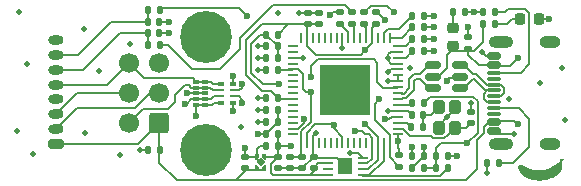
<source format=gbr>
%TF.GenerationSoftware,KiCad,Pcbnew,9.0.6*%
%TF.CreationDate,2025-12-28T22:43:58+01:00*%
%TF.ProjectId,Programmer_Board,50726f67-7261-46d6-9d65-725f426f6172,1.0*%
%TF.SameCoordinates,Original*%
%TF.FileFunction,Copper,L1,Top*%
%TF.FilePolarity,Positive*%
%FSLAX46Y46*%
G04 Gerber Fmt 4.6, Leading zero omitted, Abs format (unit mm)*
G04 Created by KiCad (PCBNEW 9.0.6) date 2025-12-28 22:43:58*
%MOMM*%
%LPD*%
G01*
G04 APERTURE LIST*
G04 Aperture macros list*
%AMRoundRect*
0 Rectangle with rounded corners*
0 $1 Rounding radius*
0 $2 $3 $4 $5 $6 $7 $8 $9 X,Y pos of 4 corners*
0 Add a 4 corners polygon primitive as box body*
4,1,4,$2,$3,$4,$5,$6,$7,$8,$9,$2,$3,0*
0 Add four circle primitives for the rounded corners*
1,1,$1+$1,$2,$3*
1,1,$1+$1,$4,$5*
1,1,$1+$1,$6,$7*
1,1,$1+$1,$8,$9*
0 Add four rect primitives between the rounded corners*
20,1,$1+$1,$2,$3,$4,$5,0*
20,1,$1+$1,$4,$5,$6,$7,0*
20,1,$1+$1,$6,$7,$8,$9,0*
20,1,$1+$1,$8,$9,$2,$3,0*%
%AMFreePoly0*
4,1,6,0.230000,0.054289,0.020711,-0.155000,-0.230000,-0.155000,-0.230000,0.155000,0.230000,0.155000,0.230000,0.054289,0.230000,0.054289,$1*%
%AMFreePoly1*
4,1,6,0.230000,-0.054289,0.230000,-0.155000,-0.230000,-0.155000,-0.230000,0.155000,0.020711,0.155000,0.230000,-0.054289,0.230000,-0.054289,$1*%
%AMFreePoly2*
4,1,6,0.230000,-0.155000,-0.230000,-0.155000,-0.230000,-0.054289,-0.020711,0.155000,0.230000,0.155000,0.230000,-0.155000,0.230000,-0.155000,$1*%
%AMFreePoly3*
4,1,6,0.230000,-0.155000,-0.020711,-0.155000,-0.230000,0.054289,-0.230000,0.155000,0.230000,0.155000,0.230000,-0.155000,0.230000,-0.155000,$1*%
G04 Aperture macros list end*
%TA.AperFunction,EtchedComponent*%
%ADD10C,0.000000*%
%TD*%
%TA.AperFunction,SMDPad,CuDef*%
%ADD11RoundRect,0.140000X0.140000X0.170000X-0.140000X0.170000X-0.140000X-0.170000X0.140000X-0.170000X0*%
%TD*%
%TA.AperFunction,SMDPad,CuDef*%
%ADD12RoundRect,0.135000X0.135000X0.185000X-0.135000X0.185000X-0.135000X-0.185000X0.135000X-0.185000X0*%
%TD*%
%TA.AperFunction,SMDPad,CuDef*%
%ADD13RoundRect,0.135000X-0.135000X-0.185000X0.135000X-0.185000X0.135000X0.185000X-0.135000X0.185000X0*%
%TD*%
%TA.AperFunction,SMDPad,CuDef*%
%ADD14RoundRect,0.062500X0.337500X0.062500X-0.337500X0.062500X-0.337500X-0.062500X0.337500X-0.062500X0*%
%TD*%
%TA.AperFunction,SMDPad,CuDef*%
%ADD15RoundRect,0.062500X0.062500X0.337500X-0.062500X0.337500X-0.062500X-0.337500X0.062500X-0.337500X0*%
%TD*%
%TA.AperFunction,HeatsinkPad*%
%ADD16R,4.350000X4.350000*%
%TD*%
%TA.AperFunction,SMDPad,CuDef*%
%ADD17RoundRect,0.135000X0.185000X-0.135000X0.185000X0.135000X-0.185000X0.135000X-0.185000X-0.135000X0*%
%TD*%
%TA.AperFunction,SMDPad,CuDef*%
%ADD18RoundRect,0.147500X0.172500X-0.147500X0.172500X0.147500X-0.172500X0.147500X-0.172500X-0.147500X0*%
%TD*%
%TA.AperFunction,SMDPad,CuDef*%
%ADD19RoundRect,0.250000X0.250000X-0.325000X0.250000X0.325000X-0.250000X0.325000X-0.250000X-0.325000X0*%
%TD*%
%TA.AperFunction,SMDPad,CuDef*%
%ADD20RoundRect,0.147500X0.147500X0.172500X-0.147500X0.172500X-0.147500X-0.172500X0.147500X-0.172500X0*%
%TD*%
%TA.AperFunction,SMDPad,CuDef*%
%ADD21RoundRect,0.075000X0.200000X-0.075000X0.200000X0.075000X-0.200000X0.075000X-0.200000X-0.075000X0*%
%TD*%
%TA.AperFunction,SMDPad,CuDef*%
%ADD22RoundRect,0.140000X-0.170000X0.140000X-0.170000X-0.140000X0.170000X-0.140000X0.170000X0.140000X0*%
%TD*%
%TA.AperFunction,SMDPad,CuDef*%
%ADD23FreePoly0,270.000000*%
%TD*%
%TA.AperFunction,SMDPad,CuDef*%
%ADD24FreePoly1,270.000000*%
%TD*%
%TA.AperFunction,SMDPad,CuDef*%
%ADD25FreePoly2,270.000000*%
%TD*%
%TA.AperFunction,SMDPad,CuDef*%
%ADD26FreePoly3,270.000000*%
%TD*%
%TA.AperFunction,SMDPad,CuDef*%
%ADD27RoundRect,0.145000X-0.205061X0.000000X0.000000X-0.205061X0.205061X0.000000X0.000000X0.205061X0*%
%TD*%
%TA.AperFunction,SMDPad,CuDef*%
%ADD28RoundRect,0.140000X0.170000X-0.140000X0.170000X0.140000X-0.170000X0.140000X-0.170000X-0.140000X0*%
%TD*%
%TA.AperFunction,SMDPad,CuDef*%
%ADD29RoundRect,0.062500X0.325000X0.062500X-0.325000X0.062500X-0.325000X-0.062500X0.325000X-0.062500X0*%
%TD*%
%TA.AperFunction,HeatsinkPad*%
%ADD30R,1.300000X1.400000*%
%TD*%
%TA.AperFunction,SMDPad,CuDef*%
%ADD31R,0.550000X0.365000*%
%TD*%
%TA.AperFunction,SMDPad,CuDef*%
%ADD32R,0.550000X0.250000*%
%TD*%
%TA.AperFunction,SMDPad,CuDef*%
%ADD33RoundRect,0.218750X0.218750X0.256250X-0.218750X0.256250X-0.218750X-0.256250X0.218750X-0.256250X0*%
%TD*%
%TA.AperFunction,ComponentPad*%
%ADD34C,0.700000*%
%TD*%
%TA.AperFunction,ComponentPad*%
%ADD35C,4.400000*%
%TD*%
%TA.AperFunction,SMDPad,CuDef*%
%ADD36RoundRect,0.150000X0.512500X0.150000X-0.512500X0.150000X-0.512500X-0.150000X0.512500X-0.150000X0*%
%TD*%
%TA.AperFunction,ComponentPad*%
%ADD37RoundRect,0.250000X0.600000X0.600000X-0.600000X0.600000X-0.600000X-0.600000X0.600000X-0.600000X0*%
%TD*%
%TA.AperFunction,ComponentPad*%
%ADD38C,1.700000*%
%TD*%
%TA.AperFunction,SMDPad,CuDef*%
%ADD39RoundRect,0.225000X0.250000X-0.225000X0.250000X0.225000X-0.250000X0.225000X-0.250000X-0.225000X0*%
%TD*%
%TA.AperFunction,SMDPad,CuDef*%
%ADD40RoundRect,0.147500X-0.147500X-0.172500X0.147500X-0.172500X0.147500X0.172500X-0.147500X0.172500X0*%
%TD*%
%TA.AperFunction,SMDPad,CuDef*%
%ADD41RoundRect,0.150000X0.425000X-0.150000X0.425000X0.150000X-0.425000X0.150000X-0.425000X-0.150000X0*%
%TD*%
%TA.AperFunction,SMDPad,CuDef*%
%ADD42RoundRect,0.075000X0.500000X-0.075000X0.500000X0.075000X-0.500000X0.075000X-0.500000X-0.075000X0*%
%TD*%
%TA.AperFunction,HeatsinkPad*%
%ADD43O,2.100000X1.000000*%
%TD*%
%TA.AperFunction,HeatsinkPad*%
%ADD44O,1.800000X1.000000*%
%TD*%
%TA.AperFunction,ComponentPad*%
%ADD45RoundRect,0.200000X0.450000X-0.200000X0.450000X0.200000X-0.450000X0.200000X-0.450000X-0.200000X0*%
%TD*%
%TA.AperFunction,ComponentPad*%
%ADD46O,1.300000X0.800000*%
%TD*%
%TA.AperFunction,ViaPad*%
%ADD47C,0.600000*%
%TD*%
%TA.AperFunction,ViaPad*%
%ADD48C,0.500000*%
%TD*%
%TA.AperFunction,Conductor*%
%ADD49C,0.200000*%
%TD*%
%TA.AperFunction,Conductor*%
%ADD50C,0.150000*%
%TD*%
G04 APERTURE END LIST*
D10*
%TA.AperFunction,EtchedComponent*%
%TO.C,G\u002A\u002A\u002A*%
G36*
X177067046Y-109327056D02*
G01*
X177074630Y-109339590D01*
X177080075Y-109363282D01*
X177083044Y-109395197D01*
X177083198Y-109432407D01*
X177081862Y-109455272D01*
X177077364Y-109510207D01*
X177096251Y-109498316D01*
X177109789Y-109488349D01*
X177130289Y-109471584D01*
X177154299Y-109450880D01*
X177166468Y-109440014D01*
X177194506Y-109414949D01*
X177214295Y-109398450D01*
X177227967Y-109389389D01*
X177237651Y-109386646D01*
X177245484Y-109389094D01*
X177252503Y-109394618D01*
X177268929Y-109405663D01*
X177289564Y-109415233D01*
X177290074Y-109415417D01*
X177313938Y-109423897D01*
X177259258Y-109508145D01*
X177234147Y-109547753D01*
X177215444Y-109580417D01*
X177201685Y-109610051D01*
X177191397Y-109640559D01*
X177183113Y-109675857D01*
X177175367Y-109719857D01*
X177172204Y-109740011D01*
X177169377Y-109762826D01*
X177167648Y-109788743D01*
X177167036Y-109819731D01*
X177167560Y-109857760D01*
X177169232Y-109904798D01*
X177172071Y-109962809D01*
X177174395Y-110004690D01*
X177174413Y-110046870D01*
X177170712Y-110097849D01*
X177163886Y-110152898D01*
X177154532Y-110207291D01*
X177143240Y-110256293D01*
X177142329Y-110259635D01*
X177125127Y-110309585D01*
X177099264Y-110367485D01*
X177065830Y-110430973D01*
X177047769Y-110462150D01*
X176985247Y-110554239D01*
X176909635Y-110643198D01*
X176821815Y-110728469D01*
X176722668Y-110809509D01*
X176613067Y-110885753D01*
X176493896Y-110956651D01*
X176366029Y-111021654D01*
X176230351Y-111080207D01*
X176087734Y-111131753D01*
X175939060Y-111175741D01*
X175898043Y-111186238D01*
X175755761Y-111218237D01*
X175618926Y-111242059D01*
X175483385Y-111258152D01*
X175344983Y-111266964D01*
X175199564Y-111268945D01*
X175140626Y-111267974D01*
X174957653Y-111256520D01*
X174776681Y-111231019D01*
X174597957Y-111191519D01*
X174421724Y-111138062D01*
X174389928Y-111126833D01*
X174281206Y-111082355D01*
X174170861Y-111027400D01*
X174062653Y-110964199D01*
X173960342Y-110894979D01*
X173867686Y-110821966D01*
X173850842Y-110807281D01*
X173826568Y-110785380D01*
X173805687Y-110765891D01*
X173790913Y-110751382D01*
X173785679Y-110745593D01*
X173774126Y-110732532D01*
X173758678Y-110717342D01*
X173758133Y-110716842D01*
X173743843Y-110702204D01*
X173722449Y-110677792D01*
X173693547Y-110643141D01*
X173656745Y-110597779D01*
X173637383Y-110573596D01*
X173625220Y-110557007D01*
X173617612Y-110544105D01*
X173616753Y-110541781D01*
X173609292Y-110529710D01*
X173606965Y-110527767D01*
X173598659Y-110518030D01*
X173585139Y-110497615D01*
X173567549Y-110468532D01*
X173547035Y-110432805D01*
X173524746Y-110392448D01*
X173501821Y-110349480D01*
X173479412Y-110305919D01*
X173468044Y-110283096D01*
X173455934Y-110255732D01*
X173441665Y-110219317D01*
X173426711Y-110178091D01*
X173412545Y-110136288D01*
X173400646Y-110098152D01*
X173392485Y-110067917D01*
X173391334Y-110062725D01*
X173386063Y-110037457D01*
X173427606Y-110014773D01*
X173455713Y-109996629D01*
X173485099Y-109973356D01*
X173503388Y-109956089D01*
X173522457Y-109936147D01*
X173539027Y-109919011D01*
X173549146Y-109908755D01*
X173564397Y-109902762D01*
X173590355Y-109902666D01*
X173625000Y-109908079D01*
X173666299Y-109918611D01*
X173712231Y-109933874D01*
X173743126Y-109945949D01*
X173787482Y-109964567D01*
X173828773Y-109982406D01*
X173864682Y-109998421D01*
X173892883Y-110011567D01*
X173911051Y-110020803D01*
X173914614Y-110022921D01*
X173924987Y-110028525D01*
X173944499Y-110038198D01*
X173969384Y-110050081D01*
X173975835Y-110053099D01*
X174001088Y-110065248D01*
X174035095Y-110082138D01*
X174074058Y-110101858D01*
X174114183Y-110122492D01*
X174129652Y-110130547D01*
X174164811Y-110148746D01*
X174196110Y-110164612D01*
X174221146Y-110176950D01*
X174237515Y-110184571D01*
X174242245Y-110186400D01*
X174255888Y-110191607D01*
X174273996Y-110200484D01*
X174275249Y-110201163D01*
X174293412Y-110210122D01*
X174307709Y-110215596D01*
X174308372Y-110215759D01*
X174323819Y-110220763D01*
X174348663Y-110230389D01*
X174379421Y-110243261D01*
X174390538Y-110248102D01*
X174413658Y-110257168D01*
X174447452Y-110268973D01*
X174488880Y-110282583D01*
X174534896Y-110297055D01*
X174582462Y-110311448D01*
X174628536Y-110324822D01*
X174670077Y-110336236D01*
X174699849Y-110343765D01*
X174867805Y-110377216D01*
X175036764Y-110398189D01*
X175205261Y-110406679D01*
X175371829Y-110402682D01*
X175535001Y-110386192D01*
X175693308Y-110357207D01*
X175736303Y-110346918D01*
X175846177Y-110316565D01*
X175946550Y-110282840D01*
X176042048Y-110243907D01*
X176137289Y-110197919D01*
X176212907Y-110156793D01*
X176251182Y-110134669D01*
X176285746Y-110113615D01*
X176319210Y-110091833D01*
X176354191Y-110067532D01*
X176393303Y-110038918D01*
X176439151Y-110004198D01*
X176472127Y-109978800D01*
X176536697Y-109932558D01*
X176610771Y-109886575D01*
X176696106Y-109839795D01*
X176748645Y-109813263D01*
X176798995Y-109787656D01*
X176838671Y-109764920D01*
X176870225Y-109742747D01*
X176896200Y-109718826D01*
X176919150Y-109690851D01*
X176941622Y-109656510D01*
X176963185Y-109618906D01*
X177001649Y-109543015D01*
X177028787Y-109474830D01*
X177044798Y-109413756D01*
X177049878Y-109359205D01*
X177049874Y-109358784D01*
X177051779Y-109335037D01*
X177057980Y-109324819D01*
X177067046Y-109327056D01*
G37*
%TD.AperFunction*%
%TD*%
D11*
%TO.P,C203,1*%
%TO.N,+3V3_VPLL*%
X153100000Y-99900000D03*
%TO.P,C203,2*%
%TO.N,GND*%
X152140000Y-99900000D03*
%TD*%
D12*
%TO.P,R202,1*%
%TO.N,Net-(U202-DO)*%
X165500000Y-109200000D03*
%TO.P,R202,2*%
%TO.N,/FTDI/EEDATA*%
X164480000Y-109200000D03*
%TD*%
D13*
%TO.P,R201,1*%
%TO.N,/FTDI/OSC_OUT*%
X164410000Y-106700000D03*
%TO.P,R201,2*%
%TO.N,Net-(C206-Pad1)*%
X165430000Y-106700000D03*
%TD*%
D11*
%TO.P,C208,1*%
%TO.N,+3V3*%
X153100000Y-104300000D03*
%TO.P,C208,2*%
%TO.N,GND*%
X152140000Y-104300000D03*
%TD*%
D12*
%TO.P,R203,1*%
%TO.N,/FTDI/EECS*%
X167510000Y-110200000D03*
%TO.P,R203,2*%
%TO.N,+3V3*%
X166490000Y-110200000D03*
%TD*%
D14*
%TO.P,U201,1,GND*%
%TO.N,GND*%
X163270000Y-107360000D03*
%TO.P,U201,2,OSCI*%
%TO.N,/FTDI/OSC_IN*%
X163270000Y-106860000D03*
%TO.P,U201,3,OSCO*%
%TO.N,/FTDI/OSC_OUT*%
X163270000Y-106360000D03*
%TO.P,U201,4,VPHY*%
%TO.N,+3V3_VPHY*%
X163270000Y-105860000D03*
%TO.P,U201,5,GND*%
%TO.N,GND*%
X163270000Y-105360000D03*
%TO.P,U201,6,REF*%
%TO.N,Net-(U201-REF)*%
X163270000Y-104860000D03*
%TO.P,U201,7,DM*%
%TO.N,FTDI_USB_D-*%
X163270000Y-104360000D03*
%TO.P,U201,8,DP*%
%TO.N,FTDI_USB_D+*%
X163270000Y-103860000D03*
%TO.P,U201,9,VPLL*%
%TO.N,+3V3_VPLL*%
X163270000Y-103360000D03*
%TO.P,U201,10,AGND*%
%TO.N,GND*%
X163270000Y-102860000D03*
%TO.P,U201,11,GND*%
X163270000Y-102360000D03*
%TO.P,U201,12,VCORE*%
%TO.N,+1V8*%
X163270000Y-101860000D03*
%TO.P,U201,13,TEST*%
%TO.N,GND*%
X163270000Y-101360000D03*
%TO.P,U201,14,~{RESET}*%
%TO.N,Net-(U201-~{RESET})*%
X163270000Y-100860000D03*
%TO.P,U201,15,GND*%
%TO.N,GND*%
X163270000Y-100360000D03*
%TO.P,U201,16,ADBUS0*%
%TO.N,Net-(U201-ADBUS0)*%
X163270000Y-99860000D03*
D15*
%TO.P,U201,17,ADBUS1*%
%TO.N,Net-(U201-ADBUS1)*%
X162570000Y-99160000D03*
%TO.P,U201,18,ADBUS2*%
%TO.N,Net-(U201-ADBUS2)*%
X162070000Y-99160000D03*
%TO.P,U201,19,ADBUS3*%
%TO.N,unconnected-(U201-ADBUS3-Pad19)*%
X161570000Y-99160000D03*
%TO.P,U201,20,VCCIO*%
%TO.N,+3V3*%
X161070000Y-99160000D03*
%TO.P,U201,21,ADBUS4*%
%TO.N,Net-(U201-ADBUS4)*%
X160570000Y-99160000D03*
%TO.P,U201,22,ADBUS5*%
%TO.N,unconnected-(U201-ADBUS5-Pad22)*%
X160070000Y-99160000D03*
%TO.P,U201,23,ADBUS6*%
%TO.N,Net-(U201-ADBUS6)*%
X159570000Y-99160000D03*
%TO.P,U201,24,ADBUS7*%
%TO.N,Net-(U201-ADBUS7)*%
X159070000Y-99160000D03*
%TO.P,U201,25,GND*%
%TO.N,GND*%
X158570000Y-99160000D03*
%TO.P,U201,26,ACBUS0*%
%TO.N,unconnected-(U201-ACBUS0-Pad26)*%
X158070000Y-99160000D03*
%TO.P,U201,27,ACBUS1*%
%TO.N,unconnected-(U201-ACBUS1-Pad27)*%
X157570000Y-99160000D03*
%TO.P,U201,28,ACBUS2*%
%TO.N,unconnected-(U201-ACBUS2-Pad28)*%
X157070000Y-99160000D03*
%TO.P,U201,29,ACBUS3*%
%TO.N,unconnected-(U201-ACBUS3-Pad29)*%
X156570000Y-99160000D03*
%TO.P,U201,30,ACBUS4*%
%TO.N,unconnected-(U201-ACBUS4-Pad30)*%
X156070000Y-99160000D03*
%TO.P,U201,31,VCCIO*%
%TO.N,+3V3*%
X155570000Y-99160000D03*
%TO.P,U201,32,ACBUS5*%
%TO.N,unconnected-(U201-ACBUS5-Pad32)*%
X155070000Y-99160000D03*
D14*
%TO.P,U201,33,ACBUS6*%
%TO.N,unconnected-(U201-ACBUS6-Pad33)*%
X154370000Y-99860000D03*
%TO.P,U201,34,ACBUS7*%
%TO.N,unconnected-(U201-ACBUS7-Pad34)*%
X154370000Y-100360000D03*
%TO.P,U201,35,GND*%
%TO.N,GND*%
X154370000Y-100860000D03*
%TO.P,U201,36,~{SUSPEND}*%
%TO.N,unconnected-(U201-~{SUSPEND}-Pad36)*%
X154370000Y-101360000D03*
%TO.P,U201,37,VCORE*%
%TO.N,+1V8*%
X154370000Y-101860000D03*
%TO.P,U201,38,BDBUS0*%
%TO.N,unconnected-(U201-BDBUS0-Pad38)*%
X154370000Y-102360000D03*
%TO.P,U201,39,BDBUS1*%
%TO.N,unconnected-(U201-BDBUS1-Pad39)*%
X154370000Y-102860000D03*
%TO.P,U201,40,BDBUS2*%
%TO.N,unconnected-(U201-BDBUS2-Pad40)*%
X154370000Y-103360000D03*
%TO.P,U201,41,BDBUS3*%
%TO.N,unconnected-(U201-BDBUS3-Pad41)*%
X154370000Y-103860000D03*
%TO.P,U201,42,VCCIO*%
%TO.N,+3V3*%
X154370000Y-104360000D03*
%TO.P,U201,43,BDBUS4*%
%TO.N,unconnected-(U201-BDBUS4-Pad43)*%
X154370000Y-104860000D03*
%TO.P,U201,44,BDBUS5*%
%TO.N,unconnected-(U201-BDBUS5-Pad44)*%
X154370000Y-105360000D03*
%TO.P,U201,45,BDBUS6*%
%TO.N,unconnected-(U201-BDBUS6-Pad45)*%
X154370000Y-105860000D03*
%TO.P,U201,46,BDBUS7*%
%TO.N,unconnected-(U201-BDBUS7-Pad46)*%
X154370000Y-106360000D03*
%TO.P,U201,47,GND*%
%TO.N,GND*%
X154370000Y-106860000D03*
%TO.P,U201,48,BCBUS0*%
%TO.N,unconnected-(U201-BCBUS0-Pad48)*%
X154370000Y-107360000D03*
D15*
%TO.P,U201,49,VREGOUT*%
%TO.N,+1V8*%
X155070000Y-108060000D03*
%TO.P,U201,50,VREGIN*%
%TO.N,+3V3*%
X155570000Y-108060000D03*
%TO.P,U201,51,GND*%
%TO.N,GND*%
X156070000Y-108060000D03*
%TO.P,U201,52,BCBUS1*%
%TO.N,unconnected-(U201-BCBUS1-Pad52)*%
X156570000Y-108060000D03*
%TO.P,U201,53,BCBUS2*%
%TO.N,unconnected-(U201-BCBUS2-Pad53)*%
X157070000Y-108060000D03*
%TO.P,U201,54,BCBUS3*%
%TO.N,unconnected-(U201-BCBUS3-Pad54)*%
X157570000Y-108060000D03*
%TO.P,U201,55,BCBUS4*%
%TO.N,unconnected-(U201-BCBUS4-Pad55)*%
X158070000Y-108060000D03*
%TO.P,U201,56,VCCIO*%
%TO.N,+3V3*%
X158570000Y-108060000D03*
%TO.P,U201,57,BCBUS5*%
%TO.N,unconnected-(U201-BCBUS5-Pad57)*%
X159070000Y-108060000D03*
%TO.P,U201,58,BCBUS6*%
%TO.N,unconnected-(U201-BCBUS6-Pad58)*%
X159570000Y-108060000D03*
%TO.P,U201,59,BCBUS7*%
%TO.N,unconnected-(U201-BCBUS7-Pad59)*%
X160070000Y-108060000D03*
%TO.P,U201,60,~{PWREN}*%
%TO.N,unconnected-(U201-~{PWREN}-Pad60)*%
X160570000Y-108060000D03*
%TO.P,U201,61,EEDATA*%
%TO.N,/FTDI/EEDATA*%
X161070000Y-108060000D03*
%TO.P,U201,62,EECLK*%
%TO.N,/FTDI/EECLK*%
X161570000Y-108060000D03*
%TO.P,U201,63,EECS*%
%TO.N,/FTDI/EECS*%
X162070000Y-108060000D03*
%TO.P,U201,64,VCORE*%
%TO.N,+1V8*%
X162570000Y-108060000D03*
D16*
%TO.P,U201,65,GND*%
%TO.N,GND*%
X158820000Y-103610000D03*
%TD*%
D17*
%TO.P,R212,1*%
%TO.N,Net-(U201-ADBUS6)*%
X159400000Y-98020000D03*
%TO.P,R212,2*%
%TO.N,CDONE*%
X159400000Y-97000000D03*
%TD*%
%TO.P,R213,1*%
%TO.N,Net-(U201-ADBUS7)*%
X158400000Y-98020000D03*
%TO.P,R213,2*%
%TO.N,~{CRESET}*%
X158400000Y-97000000D03*
%TD*%
D18*
%TO.P,D104,1,A1*%
%TO.N,VBUS*%
X169200000Y-100100000D03*
%TO.P,D104,2,A2*%
%TO.N,GND*%
X169200000Y-99130000D03*
%TD*%
D19*
%TO.P,Y201,1,1*%
%TO.N,/FTDI/OSC_IN*%
X168120000Y-106795000D03*
%TO.P,Y201,2,2*%
%TO.N,GND*%
X168120000Y-105045000D03*
%TO.P,Y201,3,3*%
%TO.N,Net-(C206-Pad1)*%
X166720000Y-105045000D03*
%TO.P,Y201,4,4*%
%TO.N,GND*%
X166720000Y-106795000D03*
%TD*%
D20*
%TO.P,D101,1,A1*%
%TO.N,VBUS*%
X143085000Y-108700000D03*
%TO.P,D101,2,A2*%
%TO.N,GND*%
X142115000Y-108700000D03*
%TD*%
D12*
%TO.P,R204,1*%
%TO.N,/FTDI/EECLK*%
X167500000Y-109200000D03*
%TO.P,R204,2*%
%TO.N,+3V3*%
X166480000Y-109200000D03*
%TD*%
D21*
%TO.P,U1,1,IN*%
%TO.N,/Programming/FLASH_~{CS}_NOESD*%
X146960000Y-104890000D03*
%TO.P,U1,2,IN*%
%TO.N,/Programming/FLASH_MOSI_NOESD*%
X146960000Y-104390000D03*
%TO.P,U1,3,GND*%
%TO.N,GND*%
X146960000Y-103890000D03*
%TO.P,U1,4,IN*%
%TO.N,/Programming/FLASH_MISO_NOESD*%
X146960000Y-103390000D03*
%TO.P,U1,5,IN*%
%TO.N,/Programming/FLASH_SCK_NOESD*%
X146960000Y-102890000D03*
%TO.P,U1,6,NC*%
X146190000Y-102890000D03*
%TO.P,U1,7,NC*%
%TO.N,/Programming/FLASH_MISO_NOESD*%
X146190000Y-103390000D03*
%TO.P,U1,8,NC*%
%TO.N,GND*%
X146190000Y-103890000D03*
%TO.P,U1,9,NC*%
%TO.N,/Programming/FLASH_MOSI_NOESD*%
X146190000Y-104390000D03*
%TO.P,U1,10,NC*%
%TO.N,/Programming/FLASH_~{CS}_NOESD*%
X146190000Y-104890000D03*
%TD*%
D11*
%TO.P,C215,1*%
%TO.N,+1V8*%
X153100000Y-101900000D03*
%TO.P,C215,2*%
%TO.N,GND*%
X152140000Y-101900000D03*
%TD*%
D22*
%TO.P,C213,1*%
%TO.N,+1V8*%
X155120000Y-109240000D03*
%TO.P,C213,2*%
%TO.N,GND*%
X155120000Y-110200000D03*
%TD*%
D13*
%TO.P,R103,1*%
%TO.N,/Programming/~{CR}*%
X142100000Y-96800000D03*
%TO.P,R103,2*%
%TO.N,~{CRESET}*%
X143120000Y-96800000D03*
%TD*%
D11*
%TO.P,C202,1*%
%TO.N,+3V3_VPHY*%
X153100000Y-105300000D03*
%TO.P,C202,2*%
%TO.N,GND*%
X152140000Y-105300000D03*
%TD*%
D13*
%TO.P,R105,1*%
%TO.N,GND*%
X170490000Y-97000000D03*
%TO.P,R105,2*%
%TO.N,Net-(J103-CC2)*%
X171510000Y-97000000D03*
%TD*%
%TO.P,R104,1*%
%TO.N,GND*%
X170790000Y-109800000D03*
%TO.P,R104,2*%
%TO.N,Net-(J103-CC1)*%
X171810000Y-109800000D03*
%TD*%
D23*
%TO.P,U102,1,OUT*%
%TO.N,+3V3*%
X151960000Y-109300000D03*
D24*
%TO.P,U102,2,GND*%
%TO.N,GND*%
X151310000Y-109300000D03*
D25*
%TO.P,U102,3,EN*%
%TO.N,VBUS*%
X151310000Y-110160000D03*
D26*
%TO.P,U102,4,IN*%
X151960000Y-110160000D03*
D27*
%TO.P,U102,5,Pad*%
%TO.N,GND*%
X151635000Y-109730000D03*
%TD*%
D28*
%TO.P,C102,1*%
%TO.N,VBUS*%
X150360000Y-110230000D03*
%TO.P,C102,2*%
%TO.N,GND*%
X150360000Y-109270000D03*
%TD*%
D29*
%TO.P,U202,1,CS*%
%TO.N,/FTDI/EECS*%
X160282500Y-110820000D03*
%TO.P,U202,2,CLK*%
%TO.N,/FTDI/EECLK*%
X160282500Y-110320000D03*
%TO.P,U202,3,DI*%
%TO.N,/FTDI/EEDATA*%
X160282500Y-109820000D03*
%TO.P,U202,4,DO*%
%TO.N,Net-(U202-DO)*%
X160282500Y-109320000D03*
%TO.P,U202,5,VSS*%
%TO.N,GND*%
X157357500Y-109320000D03*
%TO.P,U202,6,ORG*%
%TO.N,+3V3*%
X157357500Y-109820000D03*
%TO.P,U202,7,NC*%
%TO.N,unconnected-(U202-NC-Pad7)*%
X157357500Y-110320000D03*
%TO.P,U202,8,VCC*%
%TO.N,+3V3*%
X157357500Y-110820000D03*
D30*
%TO.P,U202,9,EP*%
%TO.N,GND*%
X158820000Y-110070000D03*
%TD*%
D31*
%TO.P,R101,1*%
%TO.N,FLASH_~{CS}*%
X149300000Y-104697000D03*
D32*
%TO.P,R101,2*%
%TO.N,FLASH_MOSI*%
X149300000Y-104140000D03*
%TO.P,R101,3*%
%TO.N,FLASH_MISO*%
X149300000Y-103640000D03*
D31*
%TO.P,R101,4*%
%TO.N,FLASH_SCK*%
X149300000Y-103083000D03*
%TO.P,R101,5*%
%TO.N,/Programming/FLASH_SCK_NOESD*%
X148250000Y-103083000D03*
D32*
%TO.P,R101,6*%
%TO.N,/Programming/FLASH_MISO_NOESD*%
X148250000Y-103640000D03*
%TO.P,R101,7*%
%TO.N,/Programming/FLASH_MOSI_NOESD*%
X148250000Y-104140000D03*
D31*
%TO.P,R101,8*%
%TO.N,/Programming/FLASH_~{CS}_NOESD*%
X148250000Y-104697000D03*
%TD*%
D22*
%TO.P,C211,1*%
%TO.N,+3V3*%
X153120000Y-109240000D03*
%TO.P,C211,2*%
%TO.N,GND*%
X153120000Y-110200000D03*
%TD*%
D28*
%TO.P,C205,1*%
%TO.N,/FTDI/OSC_IN*%
X169420000Y-106400000D03*
%TO.P,C205,2*%
%TO.N,GND*%
X169420000Y-105440000D03*
%TD*%
D22*
%TO.P,C12,1*%
%TO.N,+1V8*%
X154120000Y-109240000D03*
%TO.P,C12,2*%
%TO.N,GND*%
X154120000Y-110200000D03*
%TD*%
D11*
%TO.P,C103,1*%
%TO.N,+3V3*%
X153100000Y-108300000D03*
%TO.P,C103,2*%
%TO.N,GND*%
X152140000Y-108300000D03*
%TD*%
D13*
%TO.P,R208,1*%
%TO.N,Net-(U201-ADBUS0)*%
X164490000Y-99300000D03*
%TO.P,R208,2*%
%TO.N,FLASH_SCK*%
X165510000Y-99300000D03*
%TD*%
D11*
%TO.P,C204,1*%
%TO.N,+3V3_VPLL*%
X153100000Y-100900000D03*
%TO.P,C204,2*%
%TO.N,GND*%
X152140000Y-100900000D03*
%TD*%
D33*
%TO.P,D105,1,K*%
%TO.N,GND*%
X175187500Y-97600000D03*
%TO.P,D105,2,A*%
%TO.N,Net-(D105-A)*%
X173612500Y-97600000D03*
%TD*%
D12*
%TO.P,R106,1*%
%TO.N,GND*%
X168910000Y-97000000D03*
%TO.P,R106,2*%
%TO.N,Net-(C101-Pad2)*%
X167890000Y-97000000D03*
%TD*%
D34*
%TO.P,H101,1,1*%
%TO.N,GND*%
X145350000Y-99140000D03*
X145833274Y-97973274D03*
X145833274Y-100306726D03*
X147000000Y-97490000D03*
D35*
X147000000Y-99140000D03*
D34*
X147000000Y-100790000D03*
X148166726Y-97973274D03*
X148166726Y-100306726D03*
X148650000Y-99140000D03*
%TD*%
D28*
%TO.P,C207,1*%
%TO.N,+3V3*%
X156620000Y-98000000D03*
%TO.P,C207,2*%
%TO.N,GND*%
X156620000Y-97040000D03*
%TD*%
D36*
%TO.P,U103,1,I/O1*%
%TO.N,/Programming/USB_D-*%
X168520000Y-103420000D03*
%TO.P,U103,2,GND*%
%TO.N,GND*%
X168520000Y-102470000D03*
%TO.P,U103,3,I/O2*%
%TO.N,/Programming/USB_D+*%
X168520000Y-101520000D03*
%TO.P,U103,4,I/O2*%
%TO.N,FTDI_USB_D+*%
X166245000Y-101520000D03*
%TO.P,U103,5,VBUS*%
%TO.N,VBUS*%
X166245000Y-102470000D03*
%TO.P,U103,6,I/O1*%
%TO.N,FTDI_USB_D-*%
X166245000Y-103420000D03*
%TD*%
D37*
%TO.P,J101,1,Pin_1*%
%TO.N,VBUS*%
X143040000Y-106400000D03*
D38*
%TO.P,J101,2,Pin_2*%
%TO.N,/Programming/FLASH_MISO_NOESD*%
X140500000Y-106400000D03*
%TO.P,J101,3,Pin_3*%
%TO.N,/Programming/FLASH_~{CS}_NOESD*%
X143040000Y-103860000D03*
%TO.P,J101,4,Pin_4*%
%TO.N,/Programming/FLASH_MOSI_NOESD*%
X140500000Y-103860000D03*
%TO.P,J101,5,Pin_5*%
%TO.N,GND*%
X143040000Y-101320000D03*
%TO.P,J101,6,Pin_6*%
%TO.N,/Programming/FLASH_SCK_NOESD*%
X140500000Y-101320000D03*
%TD*%
D28*
%TO.P,C216,1*%
%TO.N,+3V3*%
X156120000Y-110200000D03*
%TO.P,C216,2*%
%TO.N,GND*%
X156120000Y-109240000D03*
%TD*%
D12*
%TO.P,R207,1*%
%TO.N,+3V3*%
X165460000Y-104700000D03*
%TO.P,R207,2*%
%TO.N,Net-(U201-REF)*%
X164440000Y-104700000D03*
%TD*%
D39*
%TO.P,C101,1*%
%TO.N,VBUS*%
X167900000Y-99875000D03*
%TO.P,C101,2*%
%TO.N,Net-(C101-Pad2)*%
X167900000Y-98325000D03*
%TD*%
D13*
%TO.P,R210,1*%
%TO.N,Net-(U201-ADBUS2)*%
X164490000Y-97300000D03*
%TO.P,R210,2*%
%TO.N,FLASH_MISO*%
X165510000Y-97300000D03*
%TD*%
D40*
%TO.P,FB202,1*%
%TO.N,+3V3_VPLL*%
X152135000Y-98900000D03*
%TO.P,FB202,2*%
%TO.N,+3V3*%
X153105000Y-98900000D03*
%TD*%
D28*
%TO.P,C214,1*%
%TO.N,+1V8*%
X163400000Y-110100000D03*
%TO.P,C214,2*%
%TO.N,GND*%
X163400000Y-109140000D03*
%TD*%
%TO.P,C210,1*%
%TO.N,+3V3*%
X161400000Y-97990000D03*
%TO.P,C210,2*%
%TO.N,GND*%
X161400000Y-97030000D03*
%TD*%
D13*
%TO.P,R102,1*%
%TO.N,/Programming/CD*%
X142090000Y-99800000D03*
%TO.P,R102,2*%
%TO.N,CDONE*%
X143110000Y-99800000D03*
%TD*%
%TO.P,R205,1*%
%TO.N,Net-(U202-DO)*%
X164490000Y-110200000D03*
%TO.P,R205,2*%
%TO.N,+3V3*%
X165510000Y-110200000D03*
%TD*%
D40*
%TO.P,FB201,1*%
%TO.N,+3V3_VPHY*%
X152135000Y-107300000D03*
%TO.P,FB201,2*%
%TO.N,+3V3*%
X153105000Y-107300000D03*
%TD*%
D11*
%TO.P,C206,1*%
%TO.N,Net-(C206-Pad1)*%
X165420000Y-105700000D03*
%TO.P,C206,2*%
%TO.N,GND*%
X164460000Y-105700000D03*
%TD*%
D12*
%TO.P,R206,1*%
%TO.N,GND*%
X165510000Y-100300000D03*
%TO.P,R206,2*%
%TO.N,Net-(U201-~{RESET})*%
X164490000Y-100300000D03*
%TD*%
D34*
%TO.P,H102,1,1*%
%TO.N,GND*%
X145350000Y-108640000D03*
X145833274Y-107473274D03*
X145833274Y-109806726D03*
X147000000Y-106990000D03*
D35*
X147000000Y-108640000D03*
D34*
X147000000Y-110290000D03*
X148166726Y-107473274D03*
X148166726Y-109806726D03*
X148650000Y-108640000D03*
%TD*%
D40*
%TO.P,D103,1,A1*%
%TO.N,/Programming/CD*%
X142100000Y-98800000D03*
%TO.P,D103,2,A2*%
%TO.N,GND*%
X143070000Y-98800000D03*
%TD*%
D41*
%TO.P,J103,A1,GND*%
%TO.N,GND*%
X171410000Y-107090000D03*
%TO.P,J103,A4,VBUS*%
%TO.N,VBUS*%
X171410000Y-106290000D03*
D42*
%TO.P,J103,A5,CC1*%
%TO.N,Net-(J103-CC1)*%
X171410000Y-105140000D03*
%TO.P,J103,A6,D+*%
%TO.N,/Programming/USB_D+*%
X171410000Y-104140000D03*
%TO.P,J103,A7,D-*%
%TO.N,/Programming/USB_D-*%
X171410000Y-103640000D03*
%TO.P,J103,A8,SBU1*%
%TO.N,unconnected-(J103-SBU1-PadA8)*%
X171410000Y-102640000D03*
D41*
%TO.P,J103,A9,VBUS*%
%TO.N,VBUS*%
X171410000Y-101490000D03*
%TO.P,J103,A12,GND*%
%TO.N,GND*%
X171410000Y-100690000D03*
%TO.P,J103,B1,GND*%
X171410000Y-100690000D03*
%TO.P,J103,B4,VBUS*%
%TO.N,VBUS*%
X171410000Y-101490000D03*
D42*
%TO.P,J103,B5,CC2*%
%TO.N,Net-(J103-CC2)*%
X171410000Y-102140000D03*
%TO.P,J103,B6,D+*%
%TO.N,/Programming/USB_D+*%
X171410000Y-103140000D03*
%TO.P,J103,B7,D-*%
%TO.N,/Programming/USB_D-*%
X171410000Y-104640000D03*
%TO.P,J103,B8,SBU2*%
%TO.N,unconnected-(J103-SBU2-PadB8)*%
X171410000Y-105640000D03*
D41*
%TO.P,J103,B9,VBUS*%
%TO.N,VBUS*%
X171410000Y-106290000D03*
%TO.P,J103,B12,GND*%
%TO.N,GND*%
X171410000Y-107090000D03*
D43*
%TO.P,J103,S1,SHIELD*%
%TO.N,unconnected-(J103-SHIELD-PadS1)_1*%
X171985000Y-108210000D03*
D44*
%TO.N,unconnected-(J103-SHIELD-PadS1)*%
X176165000Y-108210000D03*
D43*
%TO.N,unconnected-(J103-SHIELD-PadS1)_2*%
X171985000Y-99570000D03*
D44*
%TO.N,unconnected-(J103-SHIELD-PadS1)_3*%
X176165000Y-99570000D03*
%TD*%
D13*
%TO.P,R209,1*%
%TO.N,Net-(U201-ADBUS1)*%
X164490000Y-98300000D03*
%TO.P,R209,2*%
%TO.N,FLASH_MOSI*%
X165510000Y-98300000D03*
%TD*%
D11*
%TO.P,C201,1*%
%TO.N,+3V3_VPHY*%
X153100000Y-106300000D03*
%TO.P,C201,2*%
%TO.N,GND*%
X152140000Y-106300000D03*
%TD*%
D28*
%TO.P,C209,1*%
%TO.N,+3V3*%
X155620000Y-98000000D03*
%TO.P,C209,2*%
%TO.N,GND*%
X155620000Y-97040000D03*
%TD*%
D12*
%TO.P,R107,1*%
%TO.N,Net-(D105-A)*%
X171510000Y-98000000D03*
%TO.P,R107,2*%
%TO.N,VBUS*%
X170490000Y-98000000D03*
%TD*%
D40*
%TO.P,D102,1,A1*%
%TO.N,/Programming/~{CR}*%
X142100000Y-97800000D03*
%TO.P,D102,2,A2*%
%TO.N,GND*%
X143070000Y-97800000D03*
%TD*%
D17*
%TO.P,R211,1*%
%TO.N,Net-(U201-ADBUS4)*%
X160400000Y-98020000D03*
%TO.P,R211,2*%
%TO.N,FLASH_~{CS}*%
X160400000Y-97000000D03*
%TD*%
D45*
%TO.P,J102,1,Pin_1*%
%TO.N,VBUS*%
X134340000Y-108145000D03*
D46*
%TO.P,J102,2,Pin_2*%
%TO.N,/Programming/FLASH_~{CS}_NOESD*%
X134340000Y-106895000D03*
%TO.P,J102,3,Pin_3*%
%TO.N,/Programming/FLASH_MOSI_NOESD*%
X134340000Y-105645000D03*
%TO.P,J102,4,Pin_4*%
%TO.N,/Programming/FLASH_MISO_NOESD*%
X134340000Y-104395000D03*
%TO.P,J102,5,Pin_5*%
%TO.N,/Programming/FLASH_SCK_NOESD*%
X134340000Y-103145000D03*
%TO.P,J102,6,Pin_6*%
%TO.N,/Programming/CD*%
X134340000Y-101895000D03*
%TO.P,J102,7,Pin_7*%
%TO.N,/Programming/~{CR}*%
X134340000Y-100645000D03*
%TO.P,J102,8,Pin_8*%
%TO.N,GND*%
X134340000Y-99395000D03*
%TD*%
D47*
%TO.N,VBUS*%
X173400000Y-100900000D03*
X173400000Y-106500000D03*
D48*
%TO.N,GND*%
X139700000Y-109100000D03*
D47*
X162200000Y-97700000D03*
X169700000Y-97000000D03*
D48*
X172700000Y-104400000D03*
D47*
X143900000Y-98800000D03*
X166300000Y-100300000D03*
D48*
X158820000Y-103610000D03*
D47*
X150360000Y-108490000D03*
D48*
X136700000Y-98400000D03*
D47*
X176100000Y-97600000D03*
X169200000Y-98300000D03*
X163300000Y-107900000D03*
D48*
X175300000Y-103000000D03*
X132400000Y-109000000D03*
X140600000Y-99700000D03*
X151400000Y-99900000D03*
X150000000Y-106700000D03*
X131900000Y-101400000D03*
X155220000Y-100860000D03*
X169420000Y-104720000D03*
X162420000Y-105360000D03*
X153100000Y-97100000D03*
X177200000Y-101700000D03*
X151400000Y-101900000D03*
X154860000Y-97040000D03*
X162420000Y-100850178D03*
D47*
X167400000Y-102800000D03*
D48*
X170400000Y-100400000D03*
D47*
X143900000Y-97800000D03*
D48*
X151400000Y-100900000D03*
X138000000Y-102000000D03*
X131200000Y-97000000D03*
X158570000Y-100010000D03*
X164300000Y-101700000D03*
X162420000Y-102860000D03*
X131000000Y-107100000D03*
X170800000Y-110600000D03*
X141400000Y-108700000D03*
X151400000Y-104300000D03*
X173100000Y-107300000D03*
X167420000Y-105920000D03*
X136800000Y-107200000D03*
X177400000Y-106100000D03*
X151400000Y-105300000D03*
X156318029Y-107245001D03*
D47*
X145430000Y-103890000D03*
D48*
X158820000Y-110070000D03*
D47*
X155275735Y-106075735D03*
D48*
X151400000Y-106300000D03*
D47*
%TO.N,+3V3*%
X169100000Y-108100000D03*
X160450000Y-100250000D03*
X154200000Y-108300000D03*
X157880000Y-106520000D03*
%TO.N,+3V3_VPHY*%
X151400000Y-107300000D03*
X162206530Y-106078979D03*
%TO.N,+3V3_VPLL*%
X153200000Y-103100000D03*
X155900000Y-102500000D03*
%TO.N,+1V8*%
X161700000Y-104400000D03*
X155900000Y-103800000D03*
D48*
X162456577Y-102104087D03*
D47*
%TO.N,/Programming/FLASH_~{CS}_NOESD*%
X146200000Y-105800000D03*
%TO.N,/Programming/FLASH_MOSI_NOESD*%
X145200000Y-104800000D03*
%TO.N,FLASH_SCK*%
X166300000Y-99300000D03*
X149300000Y-102400000D03*
%TO.N,FLASH_~{CS}*%
X162900000Y-97000000D03*
X149300000Y-105400000D03*
%TO.N,FLASH_MOSI*%
X166300000Y-98300000D03*
X150075002Y-104710000D03*
%TO.N,FLASH_MISO*%
X166300000Y-97300000D03*
X150075002Y-103080000D03*
%TO.N,~{CRESET}*%
X150500000Y-97300000D03*
X157527088Y-97264562D03*
%TO.N,/FTDI/EEDATA*%
X159600000Y-107100000D03*
X164500000Y-108400000D03*
%TO.N,Net-(U202-DO)*%
X165500000Y-108400000D03*
D48*
X159200000Y-108910000D03*
D47*
%TO.N,/FTDI/EECLK*%
X168300000Y-109200000D03*
X160500000Y-106500000D03*
%TD*%
D49*
%TO.N,VBUS*%
X167400000Y-101700000D02*
X166630000Y-102470000D01*
X171410000Y-101490000D02*
X171446000Y-101526000D01*
X170811000Y-106489000D02*
X170794032Y-106489000D01*
X168800000Y-100300000D02*
X169700000Y-100300000D01*
X143080000Y-106440000D02*
X143040000Y-106400000D01*
X167750000Y-100300000D02*
X167400000Y-100650000D01*
X149595000Y-111250000D02*
X150360000Y-110485000D01*
X151816901Y-110383901D02*
X152000401Y-110200401D01*
X169200000Y-100600000D02*
X169200000Y-100100000D01*
X171410000Y-101490000D02*
X170090000Y-101490000D01*
X172774000Y-101526000D02*
X173400000Y-100900000D01*
X170490000Y-99510000D02*
X170490000Y-98000000D01*
X171446000Y-101526000D02*
X172774000Y-101526000D01*
X141295000Y-108145000D02*
X143040000Y-106400000D01*
X150360000Y-110230000D02*
X150513901Y-110383901D01*
X171500000Y-106200000D02*
X171410000Y-106290000D01*
X169050000Y-111250000D02*
X144550000Y-111250000D01*
X171410000Y-106290000D02*
X171010000Y-106290000D01*
X170794032Y-106489000D02*
X170534000Y-106749032D01*
X170000000Y-107800000D02*
X170000000Y-110300000D01*
X173100000Y-106200000D02*
X171500000Y-106200000D01*
X169700000Y-100300000D02*
X170490000Y-99510000D01*
X143080000Y-109780000D02*
X143080000Y-106440000D01*
X170090000Y-101490000D02*
X169200000Y-100600000D01*
X166630000Y-102470000D02*
X166245000Y-102470000D01*
X149500000Y-111250000D02*
X149595000Y-111250000D01*
X144550000Y-111250000D02*
X143080000Y-109780000D01*
X134340000Y-108145000D02*
X141295000Y-108145000D01*
X171010000Y-106290000D02*
X170811000Y-106489000D01*
X150513901Y-110383901D02*
X151816901Y-110383901D01*
X150360000Y-110485000D02*
X150360000Y-110230000D01*
X167400000Y-100650000D02*
X167400000Y-101700000D01*
X173400000Y-106500000D02*
X173100000Y-106200000D01*
X170000000Y-110300000D02*
X169050000Y-111250000D01*
X170534000Y-107266000D02*
X170000000Y-107800000D01*
X170534000Y-106749032D02*
X170534000Y-107266000D01*
X168800000Y-100300000D02*
X167750000Y-100300000D01*
%TO.N,GND*%
X152140000Y-99900000D02*
X151400000Y-99900000D01*
X151310000Y-108590000D02*
X151310000Y-109300000D01*
X152140000Y-105300000D02*
X151400000Y-105300000D01*
X162400000Y-101057846D02*
X162702154Y-101360000D01*
X169200000Y-99130000D02*
X169200000Y-98300000D01*
X156200000Y-109320000D02*
X156120000Y-109240000D01*
X163270000Y-107370000D02*
X163270000Y-107360000D01*
D50*
X171410000Y-100690000D02*
X170690000Y-100690000D01*
D49*
X152140000Y-104300000D02*
X151400000Y-104300000D01*
D50*
X155275735Y-106354264D02*
X154769999Y-106860000D01*
X170790000Y-110590000D02*
X170800000Y-110600000D01*
D49*
X173100000Y-107300000D02*
X173050000Y-107350000D01*
X163270000Y-107870000D02*
X163300000Y-107900000D01*
X173050000Y-107350000D02*
X171670000Y-107350000D01*
X155160000Y-110200000D02*
X156120000Y-109240000D01*
X162640000Y-100360000D02*
X162420000Y-100580000D01*
X146200000Y-103890000D02*
X145430000Y-103890000D01*
X163270000Y-100360000D02*
X162640000Y-100360000D01*
X155620000Y-97040000D02*
X154860000Y-97040000D01*
X156070000Y-108060000D02*
X156070000Y-107493030D01*
X165510000Y-100300000D02*
X166300000Y-100300000D01*
X156120000Y-109240000D02*
X156120000Y-109220000D01*
X155120000Y-110200000D02*
X155160000Y-110200000D01*
X157357500Y-109320000D02*
X156200000Y-109320000D01*
D50*
X167420000Y-105920000D02*
X166820000Y-106520000D01*
X154769999Y-106860000D02*
X154370000Y-106860000D01*
D49*
X163270000Y-105360000D02*
X162420000Y-105360000D01*
X163270000Y-102360000D02*
X163270000Y-102860000D01*
D50*
X170790000Y-109800000D02*
X170790000Y-110590000D01*
D49*
X143070000Y-98800000D02*
X143900000Y-98800000D01*
X163300000Y-107900000D02*
X163300000Y-108500000D01*
X150360000Y-109270000D02*
X150360000Y-108490000D01*
D50*
X168120000Y-105045000D02*
X168120000Y-105220000D01*
D49*
X142115000Y-108700000D02*
X141400000Y-108700000D01*
X162420000Y-100580000D02*
X162420000Y-100850178D01*
X162420000Y-100850178D02*
X162400000Y-100870178D01*
X157357500Y-109320000D02*
X158070000Y-109320000D01*
X164120000Y-105360000D02*
X164460000Y-105700000D01*
X163270000Y-102860000D02*
X162420000Y-102860000D01*
X156620000Y-97040000D02*
X155620000Y-97040000D01*
X161400000Y-97030000D02*
X161530000Y-97030000D01*
X158070000Y-109320000D02*
X158820000Y-110070000D01*
D50*
X169420000Y-105440000D02*
X169420000Y-104720000D01*
X168120000Y-105220000D02*
X167420000Y-105920000D01*
D49*
X151310000Y-109405000D02*
X151635000Y-109730000D01*
X153120000Y-110200000D02*
X155120000Y-110200000D01*
X152140000Y-108300000D02*
X151600000Y-108300000D01*
X163300000Y-108500000D02*
X163400000Y-108600000D01*
X163270000Y-105360000D02*
X164120000Y-105360000D01*
X162400000Y-100870178D02*
X162400000Y-101057846D01*
X175187500Y-97600000D02*
X176100000Y-97600000D01*
X158570000Y-99160000D02*
X158570000Y-100010000D01*
X171670000Y-107350000D02*
X171410000Y-107090000D01*
X156070000Y-109190000D02*
X156120000Y-109240000D01*
X150360000Y-109300000D02*
X151310000Y-109300000D01*
X154370000Y-100860000D02*
X155220000Y-100860000D01*
D50*
X170690000Y-100690000D02*
X170400000Y-100400000D01*
D49*
X152140000Y-100900000D02*
X151400000Y-100900000D01*
X168373260Y-102616740D02*
X168520000Y-102470000D01*
X151600000Y-108300000D02*
X151310000Y-108590000D01*
X152140000Y-101900000D02*
X151400000Y-101900000D01*
X161530000Y-97030000D02*
X162200000Y-97700000D01*
X152140000Y-106300000D02*
X151400000Y-106300000D01*
X162702154Y-101360000D02*
X163270000Y-101360000D01*
X156070000Y-107493030D02*
X156318029Y-107245001D01*
X143070000Y-97800000D02*
X143900000Y-97800000D01*
X151310000Y-109300000D02*
X151310000Y-109405000D01*
X146200000Y-103890000D02*
X146970000Y-103890000D01*
D50*
X155275735Y-106075735D02*
X155275735Y-106354264D01*
D49*
X156070000Y-108060000D02*
X156070000Y-109190000D01*
X170490000Y-97000000D02*
X169700000Y-97000000D01*
X167583260Y-102616740D02*
X168373260Y-102616740D01*
X168910000Y-97000000D02*
X169700000Y-97000000D01*
X163270000Y-107360000D02*
X163270000Y-107870000D01*
X163400000Y-108600000D02*
X163400000Y-109140000D01*
X167400000Y-102800000D02*
X167583260Y-102616740D01*
%TO.N,+3V3*%
X153120000Y-108320000D02*
X153100000Y-108300000D01*
X157880000Y-106850000D02*
X157880000Y-106520000D01*
X158570000Y-107540000D02*
X157880000Y-106850000D01*
X156120000Y-110200000D02*
X156500000Y-109820000D01*
X155570000Y-108060000D02*
X155570000Y-107213798D01*
X152020000Y-109240000D02*
X152000401Y-109259599D01*
X156120000Y-110480000D02*
X155800000Y-110800000D01*
X169100000Y-108100000D02*
X169132900Y-108100000D01*
X166490000Y-110200000D02*
X166490000Y-108500000D01*
X152509000Y-110609000D02*
X152700000Y-110800000D01*
X170031000Y-107201900D02*
X170031000Y-104551768D01*
X161070000Y-99160000D02*
X161070000Y-98320000D01*
X154370000Y-104360000D02*
X153160000Y-104360000D01*
X156500000Y-109820000D02*
X157357500Y-109820000D01*
X153160000Y-104360000D02*
X153100000Y-104300000D01*
X153100000Y-107300000D02*
X153100000Y-108300000D01*
X153120000Y-109240000D02*
X152509000Y-109851000D01*
X156620000Y-98000000D02*
X155620000Y-98000000D01*
X151789000Y-103689000D02*
X150400000Y-102300000D01*
X155570000Y-98050000D02*
X155620000Y-98000000D01*
X153120000Y-109240000D02*
X153120000Y-108320000D01*
X170031000Y-104551768D02*
X169648232Y-104169000D01*
X161070000Y-99160000D02*
X161070000Y-99630000D01*
X156300000Y-100600000D02*
X155570000Y-99870000D01*
X153100000Y-104300000D02*
X152489000Y-103689000D01*
X151783550Y-98000000D02*
X154000000Y-98000000D01*
X155570000Y-99160000D02*
X155570000Y-98050000D01*
X156120000Y-110200000D02*
X156120000Y-110480000D01*
X153100000Y-108300000D02*
X154200000Y-108300000D01*
X161070000Y-98320000D02*
X161400000Y-97990000D01*
X152700000Y-110800000D02*
X155800000Y-110800000D01*
X166890000Y-108100000D02*
X169100000Y-108100000D01*
X153120000Y-109240000D02*
X152020000Y-109240000D01*
X161070000Y-99630000D02*
X160450000Y-100250000D01*
X150400000Y-102300000D02*
X150400000Y-99383550D01*
X155570000Y-107213798D02*
X156283798Y-106500000D01*
X155570000Y-99870000D02*
X155570000Y-99160000D01*
X152489000Y-103689000D02*
X151789000Y-103689000D01*
X160450000Y-100250000D02*
X160100000Y-100600000D01*
X160100000Y-100600000D02*
X156300000Y-100600000D01*
X169132900Y-108100000D02*
X170031000Y-107201900D01*
X169648232Y-104169000D02*
X165991000Y-104169000D01*
X150400000Y-99383550D02*
X151783550Y-98000000D01*
X156283798Y-106500000D02*
X157860000Y-106500000D01*
X165510000Y-110200000D02*
X166490000Y-110200000D01*
X157860000Y-106500000D02*
X157880000Y-106520000D01*
X166490000Y-108500000D02*
X166890000Y-108100000D01*
X165991000Y-104169000D02*
X165460000Y-104700000D01*
X155800000Y-110800000D02*
X157100000Y-110800000D01*
X153100000Y-98900000D02*
X154000000Y-98000000D01*
X158570000Y-108060000D02*
X158570000Y-107540000D01*
X154000000Y-98000000D02*
X155620000Y-98000000D01*
X152509000Y-109851000D02*
X152509000Y-110609000D01*
%TO.N,+3V3_VPHY*%
X152140000Y-107300000D02*
X151400000Y-107300000D01*
X162206530Y-106078979D02*
X162521021Y-106078979D01*
X162521021Y-106078979D02*
X162740000Y-105860000D01*
X153100000Y-106300000D02*
X153100000Y-106340000D01*
X153100000Y-105300000D02*
X153100000Y-106300000D01*
X162740000Y-105860000D02*
X163270000Y-105860000D01*
X152140000Y-107300000D02*
X152140000Y-107340000D01*
X153100000Y-106340000D02*
X152140000Y-107300000D01*
%TO.N,+3V3_VPLL*%
X162011000Y-103411000D02*
X163219000Y-103411000D01*
X151820768Y-103100000D02*
X150849000Y-102128232D01*
X161500000Y-102900000D02*
X162011000Y-103411000D01*
X156478000Y-101000000D02*
X161200000Y-101000000D01*
X155900000Y-101578000D02*
X156478000Y-101000000D01*
X161500000Y-101300000D02*
X161500000Y-102900000D01*
X155900000Y-102500000D02*
X155900000Y-101578000D01*
X152140000Y-98940000D02*
X153100000Y-99900000D01*
X153100000Y-99900000D02*
X153100000Y-100900000D01*
X163219000Y-103411000D02*
X163270000Y-103360000D01*
X152140000Y-98900000D02*
X152140000Y-98940000D01*
X151620768Y-98900000D02*
X152140000Y-98900000D01*
X150849000Y-102128232D02*
X150849000Y-99671768D01*
X150849000Y-99671768D02*
X151620768Y-98900000D01*
X161200000Y-101000000D02*
X161500000Y-101300000D01*
X153200000Y-103100000D02*
X151820768Y-103100000D01*
D50*
%TO.N,/FTDI/OSC_IN*%
X167415000Y-107500000D02*
X167340804Y-107500000D01*
X167340804Y-107500000D02*
X167194804Y-107646000D01*
X167194804Y-107646000D02*
X166245196Y-107646000D01*
X166099196Y-107500000D02*
X164305016Y-107500000D01*
X169025000Y-106795000D02*
X169420000Y-106400000D01*
X168120000Y-106795000D02*
X167415000Y-107500000D01*
X166245196Y-107646000D02*
X166099196Y-107500000D01*
X163665016Y-106860000D02*
X163270000Y-106860000D01*
X168120000Y-106795000D02*
X169025000Y-106795000D01*
X164305016Y-107500000D02*
X163665016Y-106860000D01*
D49*
%TO.N,Net-(C206-Pad1)*%
X165420000Y-105700000D02*
X166065000Y-105700000D01*
X165420000Y-105700000D02*
X165420000Y-106690000D01*
D50*
X166715000Y-105050000D02*
X166720000Y-105045000D01*
D49*
X165420000Y-106690000D02*
X165430000Y-106700000D01*
X166065000Y-105700000D02*
X166720000Y-105045000D01*
%TO.N,+1V8*%
X155900000Y-106300000D02*
X155100000Y-107100000D01*
X161700000Y-104400000D02*
X161300000Y-104800000D01*
X161300000Y-106149943D02*
X162570000Y-107419943D01*
X163270000Y-101860000D02*
X162700664Y-101860000D01*
X154785798Y-101860000D02*
X155200000Y-102274202D01*
X154370000Y-101860000D02*
X154785798Y-101860000D01*
X155100000Y-107100000D02*
X155100000Y-108030000D01*
X155070000Y-108060000D02*
X155070000Y-109190000D01*
X155500000Y-103800000D02*
X155900000Y-103800000D01*
X155200000Y-103500000D02*
X155500000Y-103800000D01*
X162570000Y-108060000D02*
X162570000Y-109270000D01*
X155900000Y-103800000D02*
X155900000Y-106300000D01*
X155200000Y-102274202D02*
X155200000Y-103500000D01*
X155070000Y-109190000D02*
X155120000Y-109240000D01*
X155120000Y-109240000D02*
X154120000Y-109240000D01*
X162570000Y-109270000D02*
X163400000Y-110100000D01*
X153100000Y-101900000D02*
X154330000Y-101900000D01*
X154330000Y-101900000D02*
X154370000Y-101860000D01*
X162570000Y-107419943D02*
X162570000Y-108060000D01*
X155100000Y-108030000D02*
X155070000Y-108060000D01*
X161300000Y-104800000D02*
X161300000Y-106149943D01*
X162700664Y-101860000D02*
X162456577Y-102104087D01*
%TO.N,/Programming/FLASH_~{CS}_NOESD*%
X146200000Y-104890000D02*
X146970000Y-104890000D01*
X141000000Y-105100000D02*
X142240000Y-103860000D01*
X136135000Y-105100000D02*
X141000000Y-105100000D01*
X147703000Y-104697000D02*
X148250000Y-104697000D01*
X146200000Y-105800000D02*
X146200000Y-104890000D01*
X134340000Y-106895000D02*
X136135000Y-105100000D01*
X147510000Y-104890000D02*
X147703000Y-104697000D01*
X142240000Y-103860000D02*
X143040000Y-103860000D01*
X146970000Y-104890000D02*
X147510000Y-104890000D01*
%TO.N,/Programming/FLASH_MISO_NOESD*%
X146200000Y-103390000D02*
X145779943Y-103390000D01*
X141700000Y-105200000D02*
X140500000Y-106400000D01*
X145779943Y-103390000D02*
X145589943Y-103200000D01*
X143800000Y-105200000D02*
X141700000Y-105200000D01*
X145589943Y-103200000D02*
X145200000Y-103200000D01*
X147640000Y-103640000D02*
X148250000Y-103640000D01*
X147390000Y-103390000D02*
X147640000Y-103640000D01*
X144400000Y-104000000D02*
X144400000Y-104600000D01*
X146970000Y-103390000D02*
X147390000Y-103390000D01*
X146200000Y-103390000D02*
X146970000Y-103390000D01*
X145200000Y-103200000D02*
X144400000Y-104000000D01*
X144400000Y-104600000D02*
X143800000Y-105200000D01*
%TO.N,/Programming/FLASH_SCK_NOESD*%
X146200000Y-102890000D02*
X145910000Y-102600000D01*
X138675000Y-103145000D02*
X140500000Y-101320000D01*
X146970000Y-102890000D02*
X147457100Y-102890000D01*
X147457100Y-102890000D02*
X147650100Y-103083000D01*
X147650100Y-103083000D02*
X148250000Y-103083000D01*
X146200000Y-102890000D02*
X146970000Y-102890000D01*
X134340000Y-103145000D02*
X138675000Y-103145000D01*
X141780000Y-102600000D02*
X140500000Y-101320000D01*
X145910000Y-102600000D02*
X141780000Y-102600000D01*
%TO.N,/Programming/FLASH_MOSI_NOESD*%
X147660000Y-104140000D02*
X148250000Y-104140000D01*
X136125000Y-103860000D02*
X140500000Y-103860000D01*
X146200000Y-104390000D02*
X146970000Y-104390000D01*
X134340000Y-105645000D02*
X136125000Y-103860000D01*
X146200000Y-104390000D02*
X145779943Y-104390000D01*
X145369943Y-104800000D02*
X145200000Y-104800000D01*
X147410000Y-104390000D02*
X147660000Y-104140000D01*
X145779943Y-104390000D02*
X145369943Y-104800000D01*
X146970000Y-104390000D02*
X147410000Y-104390000D01*
%TO.N,/Programming/CD*%
X139700000Y-98800000D02*
X142100000Y-98800000D01*
X136605000Y-101895000D02*
X139700000Y-98800000D01*
X134340000Y-101895000D02*
X136605000Y-101895000D01*
X142100000Y-99790000D02*
X142090000Y-99800000D01*
X142100000Y-98800000D02*
X142100000Y-99790000D01*
%TO.N,/Programming/~{CR}*%
X136155000Y-100645000D02*
X139000000Y-97800000D01*
X139000000Y-97800000D02*
X142100000Y-97800000D01*
X134340000Y-100645000D02*
X136155000Y-100645000D01*
X142100000Y-96800000D02*
X142100000Y-97800000D01*
%TO.N,Net-(J103-CC2)*%
X174400000Y-97100000D02*
X174000000Y-96700000D01*
X174000000Y-96700000D02*
X172600000Y-96700000D01*
X172300000Y-97000000D02*
X171510000Y-97000000D01*
X173660000Y-102140000D02*
X174400000Y-101400000D01*
X172600000Y-96700000D02*
X172300000Y-97000000D01*
X171410000Y-102140000D02*
X173660000Y-102140000D01*
X174400000Y-101400000D02*
X174400000Y-97100000D01*
D50*
%TO.N,/Programming/USB_D-*%
X170559000Y-104363999D02*
X170835001Y-104640000D01*
X170835001Y-104640000D02*
X171410000Y-104640000D01*
X170836532Y-103640000D02*
X170559000Y-103917532D01*
X171410000Y-103640000D02*
X170836532Y-103640000D01*
X169687156Y-102670000D02*
X169632500Y-102670000D01*
X170559000Y-103917532D02*
X170559000Y-104363999D01*
X171410000Y-103640000D02*
X170985000Y-103640000D01*
X170935000Y-103590000D02*
X170607156Y-103590000D01*
X170607156Y-103590000D02*
X169687156Y-102670000D01*
X170985000Y-103640000D02*
X170935000Y-103590000D01*
X168882500Y-103420000D02*
X168520000Y-103420000D01*
X169632500Y-102670000D02*
X168882500Y-103420000D01*
%TO.N,/Programming/USB_D+*%
X169632500Y-102270000D02*
X168882500Y-101520000D01*
X171984999Y-104140000D02*
X171410000Y-104140000D01*
X172261000Y-103863999D02*
X171984999Y-104140000D01*
X169852844Y-102270000D02*
X169632500Y-102270000D01*
X170772844Y-103190000D02*
X169852844Y-102270000D01*
X168882500Y-101520000D02*
X168520000Y-101520000D01*
X171410000Y-103140000D02*
X170985000Y-103140000D01*
X170935000Y-103190000D02*
X170772844Y-103190000D01*
X171983468Y-103140000D02*
X172261000Y-103417532D01*
X172261000Y-103417532D02*
X172261000Y-103863999D01*
X170985000Y-103140000D02*
X170935000Y-103190000D01*
X171410000Y-103140000D02*
X171983468Y-103140000D01*
D49*
%TO.N,Net-(J103-CC1)*%
X171810000Y-109800000D02*
X173000000Y-109800000D01*
X174400000Y-108400000D02*
X174400000Y-106050000D01*
X174400000Y-106050000D02*
X173490000Y-105140000D01*
X173490000Y-105140000D02*
X171410000Y-105140000D01*
X173000000Y-109800000D02*
X174400000Y-108400000D01*
%TO.N,FLASH_SCK*%
X149300000Y-103083000D02*
X149300000Y-102400000D01*
X165510000Y-99300000D02*
X166300000Y-99300000D01*
%TO.N,FLASH_~{CS}*%
X160400000Y-97000000D02*
X160951000Y-96449000D01*
X149300000Y-104697000D02*
X149300000Y-105400000D01*
X162349000Y-96449000D02*
X162900000Y-97000000D01*
X160951000Y-96449000D02*
X162349000Y-96449000D01*
%TO.N,FLASH_MOSI*%
X150075002Y-104412502D02*
X150075002Y-104710000D01*
X149300000Y-104140000D02*
X149802500Y-104140000D01*
X165510000Y-98300000D02*
X166300000Y-98300000D01*
X149802500Y-104140000D02*
X150075002Y-104412502D01*
%TO.N,FLASH_MISO*%
X165510000Y-97300000D02*
X166300000Y-97300000D01*
X150075002Y-103412272D02*
X149847274Y-103640000D01*
X149847274Y-103640000D02*
X149300000Y-103640000D01*
X150075002Y-103080000D02*
X150075002Y-103412272D01*
%TO.N,CDONE*%
X143800000Y-99800000D02*
X143110000Y-99800000D01*
X149900000Y-100100000D02*
X148200000Y-101800000D01*
X148200000Y-101800000D02*
X145800000Y-101800000D01*
X149900000Y-99200000D02*
X149900000Y-100100000D01*
X145800000Y-101800000D02*
X143800000Y-99800000D01*
X158829000Y-96429000D02*
X152671000Y-96429000D01*
X159400000Y-97000000D02*
X158829000Y-96429000D01*
X152671000Y-96429000D02*
X149900000Y-99200000D01*
%TO.N,~{CRESET}*%
X157791650Y-97000000D02*
X157527088Y-97264562D01*
X143281000Y-96639000D02*
X143120000Y-96800000D01*
X158400000Y-97000000D02*
X157791650Y-97000000D01*
X150500000Y-97300000D02*
X149839000Y-96639000D01*
X149839000Y-96639000D02*
X143281000Y-96639000D01*
%TO.N,/FTDI/OSC_OUT*%
X164410000Y-106700000D02*
X164070000Y-106360000D01*
X164070000Y-106360000D02*
X163270000Y-106360000D01*
%TO.N,/FTDI/EEDATA*%
X160200000Y-107100000D02*
X160459000Y-107359000D01*
X164480000Y-108420000D02*
X164500000Y-108400000D01*
X164490000Y-109210000D02*
X164480000Y-109200000D01*
X160784798Y-107359000D02*
X161070000Y-107644202D01*
X161070000Y-107644202D02*
X161070000Y-108060000D01*
X164480000Y-109200000D02*
X164480000Y-108420000D01*
X159600000Y-107100000D02*
X160200000Y-107100000D01*
X161070000Y-109435798D02*
X161070000Y-108060000D01*
X160459000Y-107359000D02*
X160784798Y-107359000D01*
X160685798Y-109820000D02*
X161070000Y-109435798D01*
X160282500Y-109820000D02*
X160685798Y-109820000D01*
%TO.N,Net-(U202-DO)*%
X165500000Y-109200000D02*
X165500000Y-108400000D01*
X159200000Y-108910000D02*
X159872500Y-108910000D01*
X165490000Y-109200000D02*
X164490000Y-110200000D01*
X159872500Y-108910000D02*
X160282500Y-109320000D01*
X165500000Y-109200000D02*
X165490000Y-109200000D01*
%TO.N,/FTDI/EECS*%
X160819998Y-110820000D02*
X162070000Y-109569998D01*
X162070000Y-109569998D02*
X162070000Y-108060000D01*
X160311500Y-110849000D02*
X166861000Y-110849000D01*
X160282500Y-110820000D02*
X160311500Y-110849000D01*
X160282500Y-110820000D02*
X160819998Y-110820000D01*
X166861000Y-110849000D02*
X167510000Y-110200000D01*
%TO.N,/FTDI/EECLK*%
X160752898Y-110320000D02*
X161570000Y-109502898D01*
X161570000Y-109502898D02*
X161570000Y-108060000D01*
X160950898Y-106958000D02*
X161570000Y-107577102D01*
X161570000Y-107577102D02*
X161570000Y-108060000D01*
X160500000Y-106500000D02*
X160950898Y-106950898D01*
X160950898Y-106950898D02*
X160950898Y-106958000D01*
X167500000Y-109200000D02*
X168300000Y-109200000D01*
X160282500Y-110320000D02*
X160752898Y-110320000D01*
%TO.N,Net-(U201-~{RESET})*%
X163930000Y-100860000D02*
X163270000Y-100860000D01*
X164490000Y-100300000D02*
X163930000Y-100860000D01*
%TO.N,Net-(U201-REF)*%
X163270000Y-104860000D02*
X164280000Y-104860000D01*
X164280000Y-104860000D02*
X164440000Y-104700000D01*
%TO.N,Net-(U201-ADBUS0)*%
X163270000Y-99860000D02*
X163930000Y-99860000D01*
X163930000Y-99860000D02*
X164490000Y-99300000D01*
%TO.N,Net-(U201-ADBUS1)*%
X162570000Y-99160000D02*
X163630000Y-99160000D01*
X163630000Y-99160000D02*
X164490000Y-98300000D01*
%TO.N,Net-(U201-ADBUS2)*%
X164490000Y-97300000D02*
X163390000Y-98400000D01*
X162070000Y-98744202D02*
X162070000Y-99160000D01*
X162414202Y-98400000D02*
X162070000Y-98744202D01*
X163390000Y-98400000D02*
X162414202Y-98400000D01*
%TO.N,Net-(U201-ADBUS4)*%
X160570000Y-99160000D02*
X160570000Y-98370000D01*
X160400000Y-98200000D02*
X160400000Y-98020000D01*
X160570000Y-98370000D02*
X160400000Y-98200000D01*
%TO.N,Net-(U201-ADBUS6)*%
X159570000Y-99160000D02*
X159570000Y-98190000D01*
X159570000Y-98190000D02*
X159400000Y-98020000D01*
%TO.N,Net-(U201-ADBUS7)*%
X159070000Y-98690000D02*
X158400000Y-98020000D01*
X159070000Y-99160000D02*
X159070000Y-98690000D01*
D50*
%TO.N,FTDI_USB_D+*%
X164220000Y-102647334D02*
X164597334Y-102270000D01*
X164597334Y-102270000D02*
X165132500Y-102270000D01*
X163747156Y-103910000D02*
X164220000Y-103437156D01*
X165132500Y-102270000D02*
X165882500Y-101520000D01*
X163270000Y-103860000D02*
X163545000Y-103860000D01*
X165882500Y-101520000D02*
X166245000Y-101520000D01*
X163545000Y-103860000D02*
X163595000Y-103910000D01*
X163595000Y-103910000D02*
X163747156Y-103910000D01*
X164220000Y-103437156D02*
X164220000Y-102647334D01*
%TO.N,FTDI_USB_D-*%
X164620000Y-103602844D02*
X164620000Y-102813022D01*
X165882500Y-103420000D02*
X166245000Y-103420000D01*
X164620000Y-102813022D02*
X164763022Y-102670000D01*
X163912844Y-104310000D02*
X164620000Y-103602844D01*
X163545000Y-104360000D02*
X163595000Y-104310000D01*
X163270000Y-104360000D02*
X163545000Y-104360000D01*
X163595000Y-104310000D02*
X163912844Y-104310000D01*
X164763022Y-102670000D02*
X165132500Y-102670000D01*
X165132500Y-102670000D02*
X165882500Y-103420000D01*
D49*
%TO.N,Net-(C101-Pad2)*%
X167900000Y-97010000D02*
X167890000Y-97000000D01*
X167900000Y-98325000D02*
X167900000Y-97010000D01*
%TO.N,Net-(D105-A)*%
X172500000Y-98000000D02*
X171510000Y-98000000D01*
X173612500Y-97600000D02*
X172900000Y-97600000D01*
X172900000Y-97600000D02*
X172500000Y-98000000D01*
%TD*%
M02*

</source>
